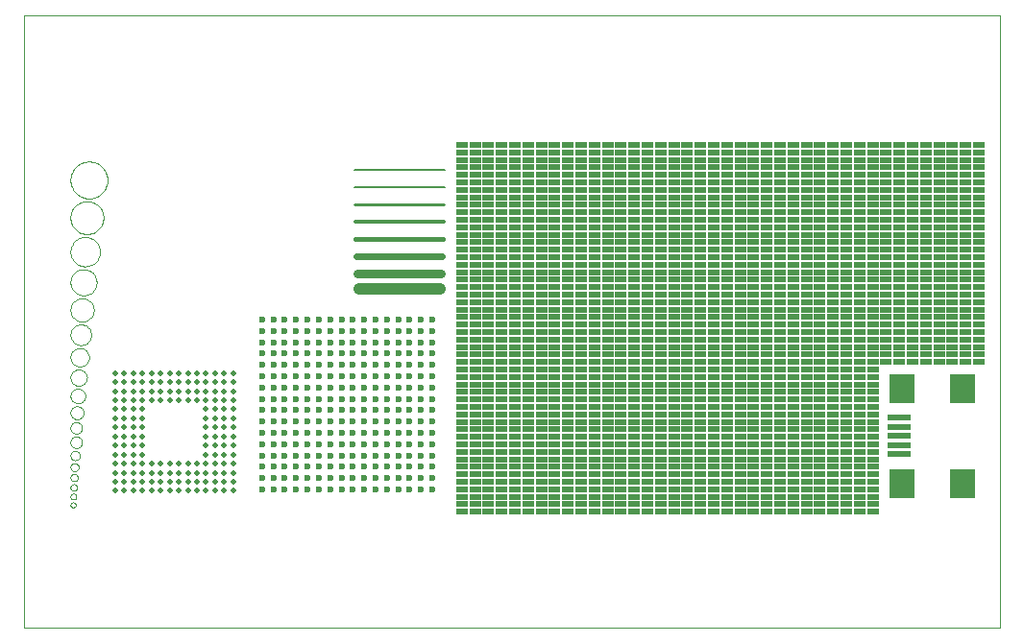
<source format=gbl>
G75*
%MOIN*%
%OFA0B0*%
%FSLAX24Y24*%
%IPPOS*%
%LPD*%
%AMOC8*
5,1,8,0,0,1.08239X$1,22.5*
%
%ADD10C,0.0000*%
%ADD11R,0.0866X0.0984*%
%ADD12R,0.0787X0.0197*%
%ADD13R,0.0400X0.0200*%
%ADD14C,0.0236*%
%ADD15C,0.0197*%
%ADD16C,0.0060*%
%ADD17C,0.0080*%
%ADD18C,0.0100*%
%ADD19C,0.0120*%
%ADD20C,0.0180*%
%ADD21C,0.0240*%
%ADD22C,0.0300*%
%ADD23C,0.0400*%
D10*
X000363Y000100D02*
X034223Y000100D01*
X034223Y021360D01*
X000363Y021360D01*
X000363Y000100D01*
X001963Y004365D02*
X001965Y004384D01*
X001971Y004402D01*
X001980Y004418D01*
X001993Y004432D01*
X002008Y004443D01*
X002025Y004451D01*
X002044Y004455D01*
X002062Y004455D01*
X002081Y004451D01*
X002098Y004443D01*
X002113Y004432D01*
X002126Y004418D01*
X002135Y004402D01*
X002141Y004384D01*
X002143Y004365D01*
X002141Y004346D01*
X002135Y004328D01*
X002126Y004312D01*
X002113Y004298D01*
X002098Y004287D01*
X002081Y004279D01*
X002062Y004275D01*
X002044Y004275D01*
X002025Y004279D01*
X002008Y004287D01*
X001993Y004298D01*
X001980Y004312D01*
X001971Y004328D01*
X001965Y004346D01*
X001963Y004365D01*
X001964Y004655D02*
X001966Y004675D01*
X001972Y004693D01*
X001981Y004711D01*
X001993Y004726D01*
X002008Y004738D01*
X002026Y004747D01*
X002044Y004753D01*
X002064Y004755D01*
X002084Y004753D01*
X002102Y004747D01*
X002120Y004738D01*
X002135Y004726D01*
X002147Y004711D01*
X002156Y004693D01*
X002162Y004675D01*
X002164Y004655D01*
X002162Y004635D01*
X002156Y004617D01*
X002147Y004599D01*
X002135Y004584D01*
X002120Y004572D01*
X002102Y004563D01*
X002084Y004557D01*
X002064Y004555D01*
X002044Y004557D01*
X002026Y004563D01*
X002008Y004572D01*
X001993Y004584D01*
X001981Y004599D01*
X001972Y004617D01*
X001966Y004635D01*
X001964Y004655D01*
X001963Y004970D02*
X001965Y004991D01*
X001971Y005012D01*
X001980Y005031D01*
X001993Y005047D01*
X002009Y005062D01*
X002027Y005073D01*
X002047Y005081D01*
X002067Y005085D01*
X002089Y005085D01*
X002109Y005081D01*
X002129Y005073D01*
X002147Y005062D01*
X002163Y005047D01*
X002176Y005031D01*
X002185Y005012D01*
X002191Y004991D01*
X002193Y004970D01*
X002191Y004949D01*
X002185Y004928D01*
X002176Y004909D01*
X002163Y004893D01*
X002147Y004878D01*
X002129Y004867D01*
X002109Y004859D01*
X002089Y004855D01*
X002067Y004855D01*
X002047Y004859D01*
X002027Y004867D01*
X002009Y004878D01*
X001993Y004893D01*
X001980Y004909D01*
X001971Y004928D01*
X001965Y004949D01*
X001963Y004970D01*
X001964Y005311D02*
X001966Y005333D01*
X001972Y005354D01*
X001981Y005373D01*
X001993Y005391D01*
X002009Y005407D01*
X002026Y005419D01*
X002046Y005428D01*
X002067Y005434D01*
X002089Y005436D01*
X002111Y005434D01*
X002132Y005428D01*
X002151Y005419D01*
X002169Y005407D01*
X002185Y005391D01*
X002197Y005373D01*
X002206Y005354D01*
X002212Y005333D01*
X002214Y005311D01*
X002212Y005289D01*
X002206Y005268D01*
X002197Y005249D01*
X002185Y005231D01*
X002169Y005215D01*
X002152Y005203D01*
X002132Y005194D01*
X002111Y005188D01*
X002089Y005186D01*
X002067Y005188D01*
X002046Y005194D01*
X002026Y005203D01*
X002009Y005215D01*
X001993Y005231D01*
X001981Y005248D01*
X001972Y005268D01*
X001966Y005289D01*
X001964Y005311D01*
X001964Y005677D02*
X001966Y005700D01*
X001972Y005722D01*
X001981Y005744D01*
X001994Y005763D01*
X002009Y005780D01*
X002027Y005794D01*
X002048Y005805D01*
X002070Y005813D01*
X002092Y005817D01*
X002116Y005817D01*
X002138Y005813D01*
X002160Y005805D01*
X002181Y005794D01*
X002199Y005780D01*
X002214Y005763D01*
X002227Y005744D01*
X002236Y005722D01*
X002242Y005700D01*
X002244Y005677D01*
X002242Y005654D01*
X002236Y005632D01*
X002227Y005610D01*
X002214Y005591D01*
X002199Y005574D01*
X002181Y005560D01*
X002160Y005549D01*
X002138Y005541D01*
X002116Y005537D01*
X002092Y005537D01*
X002070Y005541D01*
X002048Y005549D01*
X002027Y005560D01*
X002009Y005574D01*
X001994Y005591D01*
X001981Y005610D01*
X001972Y005632D01*
X001966Y005654D01*
X001964Y005677D01*
X001964Y006078D02*
X001966Y006103D01*
X001972Y006127D01*
X001981Y006151D01*
X001995Y006172D01*
X002011Y006191D01*
X002030Y006207D01*
X002051Y006221D01*
X002075Y006230D01*
X002099Y006236D01*
X002124Y006238D01*
X002149Y006236D01*
X002173Y006230D01*
X002197Y006221D01*
X002218Y006207D01*
X002237Y006191D01*
X002253Y006172D01*
X002267Y006151D01*
X002276Y006127D01*
X002282Y006103D01*
X002284Y006078D01*
X002282Y006053D01*
X002276Y006029D01*
X002267Y006005D01*
X002253Y005984D01*
X002237Y005965D01*
X002218Y005949D01*
X002197Y005935D01*
X002173Y005926D01*
X002149Y005920D01*
X002124Y005918D01*
X002099Y005920D01*
X002075Y005926D01*
X002051Y005935D01*
X002030Y005949D01*
X002011Y005965D01*
X001995Y005984D01*
X001981Y006005D01*
X001972Y006029D01*
X001966Y006053D01*
X001964Y006078D01*
X001963Y006539D02*
X001965Y006567D01*
X001971Y006594D01*
X001980Y006620D01*
X001993Y006645D01*
X002010Y006668D01*
X002029Y006688D01*
X002051Y006705D01*
X002075Y006719D01*
X002101Y006729D01*
X002128Y006736D01*
X002156Y006739D01*
X002184Y006738D01*
X002211Y006733D01*
X002238Y006724D01*
X002263Y006712D01*
X002286Y006697D01*
X002307Y006678D01*
X002325Y006657D01*
X002340Y006633D01*
X002351Y006607D01*
X002359Y006581D01*
X002363Y006553D01*
X002363Y006525D01*
X002359Y006497D01*
X002351Y006471D01*
X002340Y006445D01*
X002325Y006421D01*
X002307Y006400D01*
X002286Y006381D01*
X002263Y006366D01*
X002238Y006354D01*
X002211Y006345D01*
X002184Y006340D01*
X002156Y006339D01*
X002128Y006342D01*
X002101Y006349D01*
X002075Y006359D01*
X002051Y006373D01*
X002029Y006390D01*
X002010Y006410D01*
X001993Y006433D01*
X001980Y006458D01*
X001971Y006484D01*
X001965Y006511D01*
X001963Y006539D01*
X001964Y007039D02*
X001966Y007067D01*
X001972Y007094D01*
X001981Y007120D01*
X001994Y007145D01*
X002011Y007168D01*
X002030Y007188D01*
X002052Y007205D01*
X002076Y007219D01*
X002102Y007229D01*
X002129Y007236D01*
X002157Y007239D01*
X002185Y007238D01*
X002212Y007233D01*
X002239Y007224D01*
X002264Y007212D01*
X002287Y007197D01*
X002308Y007178D01*
X002326Y007157D01*
X002341Y007133D01*
X002352Y007107D01*
X002360Y007081D01*
X002364Y007053D01*
X002364Y007025D01*
X002360Y006997D01*
X002352Y006971D01*
X002341Y006945D01*
X002326Y006921D01*
X002308Y006900D01*
X002287Y006881D01*
X002264Y006866D01*
X002239Y006854D01*
X002212Y006845D01*
X002185Y006840D01*
X002157Y006839D01*
X002129Y006842D01*
X002102Y006849D01*
X002076Y006859D01*
X002052Y006873D01*
X002030Y006890D01*
X002011Y006910D01*
X001994Y006933D01*
X001981Y006958D01*
X001972Y006984D01*
X001966Y007011D01*
X001964Y007039D01*
X001964Y007566D02*
X001966Y007595D01*
X001972Y007624D01*
X001981Y007652D01*
X001994Y007679D01*
X002011Y007704D01*
X002030Y007726D01*
X002052Y007745D01*
X002077Y007762D01*
X002104Y007775D01*
X002132Y007784D01*
X002161Y007790D01*
X002190Y007792D01*
X002219Y007790D01*
X002248Y007784D01*
X002276Y007775D01*
X002303Y007762D01*
X002328Y007745D01*
X002350Y007726D01*
X002369Y007704D01*
X002386Y007679D01*
X002399Y007652D01*
X002408Y007624D01*
X002414Y007595D01*
X002416Y007566D01*
X002414Y007537D01*
X002408Y007508D01*
X002399Y007480D01*
X002386Y007453D01*
X002369Y007428D01*
X002350Y007406D01*
X002328Y007387D01*
X002303Y007370D01*
X002276Y007357D01*
X002248Y007348D01*
X002219Y007342D01*
X002190Y007340D01*
X002161Y007342D01*
X002132Y007348D01*
X002104Y007357D01*
X002077Y007370D01*
X002052Y007387D01*
X002030Y007406D01*
X002011Y007428D01*
X001994Y007453D01*
X001981Y007480D01*
X001972Y007508D01*
X001966Y007537D01*
X001964Y007566D01*
X001964Y008147D02*
X001966Y008178D01*
X001972Y008209D01*
X001981Y008239D01*
X001994Y008267D01*
X002011Y008294D01*
X002030Y008318D01*
X002053Y008340D01*
X002078Y008359D01*
X002105Y008374D01*
X002134Y008387D01*
X002164Y008395D01*
X002195Y008400D01*
X002226Y008401D01*
X002257Y008398D01*
X002288Y008391D01*
X002317Y008381D01*
X002345Y008367D01*
X002371Y008350D01*
X002395Y008329D01*
X002416Y008306D01*
X002434Y008281D01*
X002449Y008253D01*
X002460Y008224D01*
X002468Y008194D01*
X002472Y008163D01*
X002472Y008131D01*
X002468Y008100D01*
X002460Y008070D01*
X002449Y008041D01*
X002434Y008013D01*
X002416Y007988D01*
X002395Y007965D01*
X002371Y007944D01*
X002345Y007927D01*
X002317Y007913D01*
X002288Y007903D01*
X002257Y007896D01*
X002226Y007893D01*
X002195Y007894D01*
X002164Y007899D01*
X002134Y007907D01*
X002105Y007920D01*
X002078Y007935D01*
X002053Y007954D01*
X002030Y007976D01*
X002011Y008000D01*
X001994Y008027D01*
X001981Y008055D01*
X001972Y008085D01*
X001966Y008116D01*
X001964Y008147D01*
X001963Y008786D02*
X001965Y008819D01*
X001971Y008852D01*
X001980Y008883D01*
X001993Y008914D01*
X002010Y008943D01*
X002030Y008969D01*
X002052Y008993D01*
X002078Y009015D01*
X002105Y009033D01*
X002135Y009048D01*
X002166Y009059D01*
X002199Y009067D01*
X002231Y009071D01*
X002265Y009071D01*
X002297Y009067D01*
X002330Y009059D01*
X002361Y009048D01*
X002390Y009033D01*
X002418Y009015D01*
X002444Y008993D01*
X002466Y008969D01*
X002486Y008943D01*
X002503Y008914D01*
X002516Y008883D01*
X002525Y008852D01*
X002531Y008819D01*
X002533Y008786D01*
X002531Y008753D01*
X002525Y008720D01*
X002516Y008689D01*
X002503Y008658D01*
X002486Y008629D01*
X002466Y008603D01*
X002444Y008579D01*
X002418Y008557D01*
X002391Y008539D01*
X002361Y008524D01*
X002330Y008513D01*
X002297Y008505D01*
X002265Y008501D01*
X002231Y008501D01*
X002199Y008505D01*
X002166Y008513D01*
X002135Y008524D01*
X002105Y008539D01*
X002078Y008557D01*
X002052Y008579D01*
X002030Y008603D01*
X002010Y008629D01*
X001993Y008658D01*
X001980Y008689D01*
X001971Y008720D01*
X001965Y008753D01*
X001963Y008786D01*
X001964Y009492D02*
X001966Y009527D01*
X001972Y009562D01*
X001981Y009596D01*
X001995Y009629D01*
X002011Y009660D01*
X002031Y009689D01*
X002055Y009715D01*
X002081Y009739D01*
X002109Y009760D01*
X002140Y009778D01*
X002172Y009792D01*
X002205Y009802D01*
X002240Y009809D01*
X002275Y009812D01*
X002310Y009811D01*
X002345Y009806D01*
X002380Y009797D01*
X002413Y009785D01*
X002444Y009769D01*
X002474Y009750D01*
X002501Y009727D01*
X002525Y009702D01*
X002547Y009674D01*
X002565Y009644D01*
X002580Y009612D01*
X002592Y009579D01*
X002600Y009545D01*
X002604Y009510D01*
X002604Y009474D01*
X002600Y009439D01*
X002592Y009405D01*
X002580Y009372D01*
X002565Y009340D01*
X002547Y009310D01*
X002525Y009282D01*
X002501Y009257D01*
X002474Y009234D01*
X002444Y009215D01*
X002413Y009199D01*
X002380Y009187D01*
X002345Y009178D01*
X002310Y009173D01*
X002275Y009172D01*
X002240Y009175D01*
X002205Y009182D01*
X002172Y009192D01*
X002140Y009206D01*
X002109Y009224D01*
X002081Y009245D01*
X002055Y009269D01*
X002031Y009295D01*
X002011Y009324D01*
X001995Y009355D01*
X001981Y009388D01*
X001972Y009422D01*
X001966Y009457D01*
X001964Y009492D01*
X001964Y010273D02*
X001966Y010311D01*
X001972Y010348D01*
X001982Y010384D01*
X001995Y010419D01*
X002012Y010453D01*
X002033Y010485D01*
X002056Y010514D01*
X002083Y010541D01*
X002112Y010564D01*
X002144Y010585D01*
X002178Y010602D01*
X002213Y010615D01*
X002249Y010625D01*
X002286Y010631D01*
X002324Y010633D01*
X002362Y010631D01*
X002399Y010625D01*
X002435Y010615D01*
X002470Y010602D01*
X002504Y010585D01*
X002536Y010564D01*
X002565Y010541D01*
X002592Y010514D01*
X002615Y010485D01*
X002636Y010453D01*
X002653Y010419D01*
X002666Y010384D01*
X002676Y010348D01*
X002682Y010311D01*
X002684Y010273D01*
X002682Y010235D01*
X002676Y010198D01*
X002666Y010162D01*
X002653Y010127D01*
X002636Y010093D01*
X002615Y010061D01*
X002592Y010032D01*
X002565Y010005D01*
X002536Y009982D01*
X002504Y009961D01*
X002470Y009944D01*
X002435Y009931D01*
X002399Y009921D01*
X002362Y009915D01*
X002324Y009913D01*
X002286Y009915D01*
X002249Y009921D01*
X002213Y009931D01*
X002178Y009944D01*
X002144Y009961D01*
X002112Y009982D01*
X002083Y010005D01*
X002056Y010032D01*
X002033Y010061D01*
X002012Y010093D01*
X001995Y010127D01*
X001982Y010162D01*
X001972Y010198D01*
X001966Y010235D01*
X001964Y010273D01*
X001964Y011138D02*
X001966Y011178D01*
X001972Y011217D01*
X001981Y011255D01*
X001995Y011293D01*
X002012Y011328D01*
X002032Y011362D01*
X002056Y011394D01*
X002082Y011424D01*
X002112Y011450D01*
X002144Y011474D01*
X002178Y011494D01*
X002213Y011511D01*
X002251Y011525D01*
X002289Y011534D01*
X002328Y011540D01*
X002368Y011542D01*
X002408Y011540D01*
X002447Y011534D01*
X002485Y011525D01*
X002523Y011511D01*
X002558Y011494D01*
X002592Y011474D01*
X002624Y011450D01*
X002654Y011424D01*
X002680Y011394D01*
X002704Y011362D01*
X002724Y011328D01*
X002741Y011293D01*
X002755Y011255D01*
X002764Y011217D01*
X002770Y011178D01*
X002772Y011138D01*
X002770Y011098D01*
X002764Y011059D01*
X002755Y011021D01*
X002741Y010983D01*
X002724Y010948D01*
X002704Y010914D01*
X002680Y010882D01*
X002654Y010852D01*
X002624Y010826D01*
X002592Y010802D01*
X002558Y010782D01*
X002523Y010765D01*
X002485Y010751D01*
X002447Y010742D01*
X002408Y010736D01*
X002368Y010734D01*
X002328Y010736D01*
X002289Y010742D01*
X002251Y010751D01*
X002213Y010765D01*
X002178Y010782D01*
X002144Y010802D01*
X002112Y010826D01*
X002082Y010852D01*
X002056Y010882D01*
X002032Y010914D01*
X002012Y010948D01*
X001995Y010983D01*
X001981Y011021D01*
X001972Y011059D01*
X001966Y011098D01*
X001964Y011138D01*
X001962Y012096D02*
X001964Y012139D01*
X001970Y012181D01*
X001980Y012222D01*
X001994Y012262D01*
X002011Y012301D01*
X002032Y012338D01*
X002056Y012373D01*
X002084Y012406D01*
X002114Y012435D01*
X002147Y012462D01*
X002183Y012486D01*
X002220Y012506D01*
X002260Y012522D01*
X002300Y012535D01*
X002342Y012544D01*
X002384Y012549D01*
X002427Y012550D01*
X002469Y012547D01*
X002511Y012540D01*
X002552Y012529D01*
X002592Y012514D01*
X002631Y012496D01*
X002667Y012474D01*
X002701Y012449D01*
X002733Y012421D01*
X002762Y012390D01*
X002788Y012356D01*
X002811Y012320D01*
X002830Y012282D01*
X002846Y012242D01*
X002858Y012201D01*
X002866Y012160D01*
X002870Y012117D01*
X002870Y012075D01*
X002866Y012032D01*
X002858Y011991D01*
X002846Y011950D01*
X002830Y011910D01*
X002811Y011872D01*
X002788Y011836D01*
X002762Y011802D01*
X002733Y011771D01*
X002701Y011743D01*
X002667Y011718D01*
X002631Y011696D01*
X002592Y011678D01*
X002552Y011663D01*
X002511Y011652D01*
X002469Y011645D01*
X002427Y011642D01*
X002384Y011643D01*
X002342Y011648D01*
X002300Y011657D01*
X002260Y011670D01*
X002220Y011686D01*
X002183Y011706D01*
X002147Y011730D01*
X002114Y011757D01*
X002084Y011786D01*
X002056Y011819D01*
X002032Y011854D01*
X002011Y011891D01*
X001994Y011930D01*
X001980Y011970D01*
X001970Y012011D01*
X001964Y012053D01*
X001962Y012096D01*
X001963Y013160D02*
X001965Y013205D01*
X001971Y013250D01*
X001981Y013294D01*
X001995Y013337D01*
X002012Y013378D01*
X002033Y013418D01*
X002058Y013456D01*
X002086Y013492D01*
X002116Y013525D01*
X002150Y013555D01*
X002186Y013582D01*
X002225Y013605D01*
X002265Y013626D01*
X002307Y013642D01*
X002350Y013655D01*
X002394Y013664D01*
X002439Y013669D01*
X002484Y013670D01*
X002529Y013667D01*
X002574Y013660D01*
X002618Y013649D01*
X002660Y013634D01*
X002702Y013616D01*
X002741Y013594D01*
X002778Y013569D01*
X002813Y013540D01*
X002845Y013508D01*
X002875Y013474D01*
X002901Y013437D01*
X002924Y013399D01*
X002943Y013358D01*
X002959Y013315D01*
X002971Y013272D01*
X002979Y013228D01*
X002983Y013183D01*
X002983Y013137D01*
X002979Y013092D01*
X002971Y013048D01*
X002959Y013005D01*
X002943Y012962D01*
X002924Y012921D01*
X002901Y012883D01*
X002875Y012846D01*
X002845Y012812D01*
X002813Y012780D01*
X002778Y012751D01*
X002741Y012726D01*
X002702Y012704D01*
X002660Y012686D01*
X002618Y012671D01*
X002574Y012660D01*
X002529Y012653D01*
X002484Y012650D01*
X002439Y012651D01*
X002394Y012656D01*
X002350Y012665D01*
X002307Y012678D01*
X002265Y012694D01*
X002225Y012715D01*
X002186Y012738D01*
X002150Y012765D01*
X002116Y012795D01*
X002086Y012828D01*
X002058Y012864D01*
X002033Y012902D01*
X002012Y012942D01*
X001995Y012983D01*
X001981Y013026D01*
X001971Y013070D01*
X001965Y013115D01*
X001963Y013160D01*
X001963Y014340D02*
X001965Y014387D01*
X001971Y014434D01*
X001980Y014480D01*
X001994Y014525D01*
X002011Y014569D01*
X002032Y014611D01*
X002056Y014652D01*
X002083Y014690D01*
X002114Y014726D01*
X002147Y014759D01*
X002183Y014790D01*
X002221Y014817D01*
X002262Y014841D01*
X002304Y014862D01*
X002348Y014879D01*
X002393Y014893D01*
X002439Y014902D01*
X002486Y014908D01*
X002533Y014910D01*
X002580Y014908D01*
X002627Y014902D01*
X002673Y014893D01*
X002718Y014879D01*
X002762Y014862D01*
X002804Y014841D01*
X002845Y014817D01*
X002883Y014790D01*
X002919Y014759D01*
X002952Y014726D01*
X002983Y014690D01*
X003010Y014652D01*
X003034Y014611D01*
X003055Y014569D01*
X003072Y014525D01*
X003086Y014480D01*
X003095Y014434D01*
X003101Y014387D01*
X003103Y014340D01*
X003101Y014293D01*
X003095Y014246D01*
X003086Y014200D01*
X003072Y014155D01*
X003055Y014111D01*
X003034Y014069D01*
X003010Y014028D01*
X002983Y013990D01*
X002952Y013954D01*
X002919Y013921D01*
X002883Y013890D01*
X002845Y013863D01*
X002804Y013839D01*
X002762Y013818D01*
X002718Y013801D01*
X002673Y013787D01*
X002627Y013778D01*
X002580Y013772D01*
X002533Y013770D01*
X002486Y013772D01*
X002439Y013778D01*
X002393Y013787D01*
X002348Y013801D01*
X002304Y013818D01*
X002262Y013839D01*
X002221Y013863D01*
X002183Y013890D01*
X002147Y013921D01*
X002114Y013954D01*
X002083Y013990D01*
X002056Y014028D01*
X002032Y014069D01*
X002011Y014111D01*
X001994Y014155D01*
X001980Y014200D01*
X001971Y014246D01*
X001965Y014293D01*
X001963Y014340D01*
X001963Y015650D02*
X001965Y015700D01*
X001971Y015750D01*
X001981Y015799D01*
X001994Y015848D01*
X002012Y015895D01*
X002033Y015941D01*
X002057Y015984D01*
X002085Y016026D01*
X002116Y016066D01*
X002150Y016103D01*
X002187Y016137D01*
X002227Y016168D01*
X002269Y016196D01*
X002312Y016220D01*
X002358Y016241D01*
X002405Y016259D01*
X002454Y016272D01*
X002503Y016282D01*
X002553Y016288D01*
X002603Y016290D01*
X002653Y016288D01*
X002703Y016282D01*
X002752Y016272D01*
X002801Y016259D01*
X002848Y016241D01*
X002894Y016220D01*
X002937Y016196D01*
X002979Y016168D01*
X003019Y016137D01*
X003056Y016103D01*
X003090Y016066D01*
X003121Y016026D01*
X003149Y015984D01*
X003173Y015941D01*
X003194Y015895D01*
X003212Y015848D01*
X003225Y015799D01*
X003235Y015750D01*
X003241Y015700D01*
X003243Y015650D01*
X003241Y015600D01*
X003235Y015550D01*
X003225Y015501D01*
X003212Y015452D01*
X003194Y015405D01*
X003173Y015359D01*
X003149Y015316D01*
X003121Y015274D01*
X003090Y015234D01*
X003056Y015197D01*
X003019Y015163D01*
X002979Y015132D01*
X002937Y015104D01*
X002894Y015080D01*
X002848Y015059D01*
X002801Y015041D01*
X002752Y015028D01*
X002703Y015018D01*
X002653Y015012D01*
X002603Y015010D01*
X002553Y015012D01*
X002503Y015018D01*
X002454Y015028D01*
X002405Y015041D01*
X002358Y015059D01*
X002312Y015080D01*
X002269Y015104D01*
X002227Y015132D01*
X002187Y015163D01*
X002150Y015197D01*
X002116Y015234D01*
X002085Y015274D01*
X002057Y015316D01*
X002033Y015359D01*
X002012Y015405D01*
X001994Y015452D01*
X001981Y015501D01*
X001971Y015550D01*
X001965Y015600D01*
X001963Y015650D01*
D11*
X030828Y008415D03*
X032915Y008415D03*
X032915Y005108D03*
X030828Y005108D03*
D12*
X030730Y006132D03*
X030730Y006447D03*
X030730Y006762D03*
X030730Y007077D03*
X030730Y007392D03*
D13*
X029803Y007510D03*
X029803Y007250D03*
X029803Y006990D03*
X029803Y006730D03*
X029803Y006470D03*
X029803Y006210D03*
X029803Y005950D03*
X029803Y005690D03*
X029803Y005430D03*
X029803Y005170D03*
X029803Y004910D03*
X029803Y004650D03*
X029803Y004390D03*
X029803Y004130D03*
X029343Y004130D03*
X029343Y004390D03*
X029343Y004650D03*
X029343Y004910D03*
X028883Y004910D03*
X028883Y004910D03*
X028883Y004650D03*
X028883Y004650D03*
X028883Y004390D03*
X028883Y004390D03*
X028883Y004130D03*
X028883Y004130D03*
X028423Y004130D03*
X028423Y004130D03*
X028423Y004390D03*
X028423Y004390D03*
X028423Y004650D03*
X028423Y004650D03*
X028423Y004910D03*
X028423Y004910D03*
X028423Y005170D03*
X028423Y005170D03*
X028423Y005430D03*
X028423Y005430D03*
X028423Y005690D03*
X028423Y005690D03*
X028423Y005950D03*
X028423Y005950D03*
X028423Y006210D03*
X028423Y006210D03*
X028883Y006210D03*
X028883Y006210D03*
X028883Y005950D03*
X028883Y005950D03*
X028883Y005690D03*
X028883Y005690D03*
X028883Y005430D03*
X028883Y005430D03*
X028883Y005170D03*
X028883Y005170D03*
X029343Y005170D03*
X029343Y005430D03*
X029343Y005690D03*
X029343Y005950D03*
X029343Y006210D03*
X029343Y006470D03*
X029343Y006730D03*
X029343Y006990D03*
X029343Y007250D03*
X029343Y007510D03*
X028883Y007510D03*
X028883Y007510D03*
X028883Y007250D03*
X028883Y007250D03*
X028883Y006990D03*
X028883Y006990D03*
X028883Y006730D03*
X028883Y006730D03*
X028883Y006470D03*
X028883Y006470D03*
X028423Y006470D03*
X028423Y006470D03*
X028423Y006730D03*
X028423Y006730D03*
X028423Y006990D03*
X028423Y006990D03*
X028423Y007250D03*
X028423Y007250D03*
X028423Y007510D03*
X028423Y007510D03*
X028423Y007770D03*
X028423Y007770D03*
X028423Y008030D03*
X028423Y008030D03*
X028423Y008290D03*
X028423Y008290D03*
X028423Y008550D03*
X028423Y008550D03*
X028883Y008550D03*
X028883Y008550D03*
X028883Y008290D03*
X028883Y008290D03*
X028883Y008030D03*
X028883Y008030D03*
X028883Y007770D03*
X028883Y007770D03*
X029343Y007770D03*
X029343Y008030D03*
X029343Y008290D03*
X029343Y008550D03*
X029343Y008810D03*
X029343Y009070D03*
X029343Y009330D03*
X029343Y009590D03*
X029343Y009850D03*
X028883Y009850D03*
X028883Y009590D03*
X028883Y009330D03*
X028883Y009070D03*
X028883Y009070D03*
X028883Y008810D03*
X028883Y008810D03*
X028423Y008810D03*
X028423Y008810D03*
X028423Y009070D03*
X028423Y009070D03*
X028423Y009330D03*
X028423Y009590D03*
X028423Y009850D03*
X028423Y010110D03*
X028423Y010370D03*
X028423Y010630D03*
X028423Y010890D03*
X028423Y011150D03*
X028883Y011150D03*
X028883Y010890D03*
X028883Y010630D03*
X028883Y010370D03*
X028883Y010110D03*
X029343Y010110D03*
X029343Y010370D03*
X029343Y010630D03*
X029343Y010890D03*
X029343Y011150D03*
X029343Y011410D03*
X029343Y011670D03*
X029343Y011930D03*
X029343Y012190D03*
X028883Y012190D03*
X028883Y011930D03*
X028883Y011670D03*
X028883Y011410D03*
X028423Y011410D03*
X028423Y011670D03*
X028423Y011930D03*
X028423Y012190D03*
X028423Y012450D03*
X028423Y012710D03*
X028423Y012970D03*
X028423Y013230D03*
X028423Y013490D03*
X028883Y013490D03*
X028883Y013230D03*
X028883Y012970D03*
X028883Y012710D03*
X028883Y012450D03*
X029343Y012450D03*
X029343Y012710D03*
X029343Y012970D03*
X029343Y013230D03*
X029343Y013490D03*
X029343Y013750D03*
X029343Y014010D03*
X029343Y014270D03*
X029343Y014530D03*
X029343Y014790D03*
X028883Y014790D03*
X028883Y014530D03*
X028883Y014270D03*
X028883Y014010D03*
X028883Y013750D03*
X028423Y013750D03*
X028423Y014010D03*
X028423Y014270D03*
X028423Y014530D03*
X028423Y014790D03*
X028423Y015050D03*
X028423Y015310D03*
X028423Y015570D03*
X028423Y015830D03*
X028423Y016090D03*
X028883Y016090D03*
X028883Y015830D03*
X028883Y015570D03*
X028883Y015310D03*
X028883Y015050D03*
X029343Y015050D03*
X029343Y015310D03*
X029343Y015570D03*
X029343Y015830D03*
X029343Y016090D03*
X029343Y016350D03*
X029343Y016610D03*
X029343Y016870D03*
X028883Y016870D03*
X028883Y016610D03*
X028883Y016350D03*
X028423Y016350D03*
X028423Y016610D03*
X028423Y016870D03*
X027963Y016870D03*
X027963Y016610D03*
X027963Y016350D03*
X027503Y016350D03*
X027503Y016610D03*
X027503Y016870D03*
X027043Y016870D03*
X027043Y016610D03*
X027043Y016350D03*
X027043Y016090D03*
X027043Y015830D03*
X027043Y015570D03*
X027043Y015310D03*
X027043Y015050D03*
X027503Y015050D03*
X027503Y015310D03*
X027503Y015570D03*
X027503Y015830D03*
X027503Y016090D03*
X027963Y016090D03*
X027963Y015830D03*
X027963Y015570D03*
X027963Y015310D03*
X027963Y015050D03*
X027963Y014790D03*
X027963Y014530D03*
X027963Y014270D03*
X027963Y014010D03*
X027963Y013750D03*
X027503Y013750D03*
X027503Y014010D03*
X027503Y014270D03*
X027503Y014530D03*
X027503Y014790D03*
X027043Y014790D03*
X027043Y014530D03*
X027043Y014270D03*
X027043Y014010D03*
X027043Y013750D03*
X027043Y013490D03*
X027043Y013230D03*
X027043Y012970D03*
X027043Y012710D03*
X027043Y012450D03*
X027503Y012450D03*
X027503Y012710D03*
X027503Y012970D03*
X027503Y013230D03*
X027503Y013490D03*
X027963Y013490D03*
X027963Y013230D03*
X027963Y012970D03*
X027963Y012710D03*
X027963Y012450D03*
X027963Y012190D03*
X027963Y011930D03*
X027963Y011670D03*
X027963Y011410D03*
X027503Y011410D03*
X027503Y011670D03*
X027503Y011930D03*
X027503Y012190D03*
X027043Y012190D03*
X027043Y011930D03*
X027043Y011670D03*
X027043Y011410D03*
X027043Y011150D03*
X027043Y010890D03*
X027043Y010630D03*
X027043Y010370D03*
X027043Y010110D03*
X027503Y010110D03*
X027503Y010370D03*
X027503Y010630D03*
X027503Y010890D03*
X027503Y011150D03*
X027963Y011150D03*
X027963Y010890D03*
X027963Y010630D03*
X027963Y010370D03*
X027963Y010110D03*
X027963Y009850D03*
X027963Y009590D03*
X027963Y009330D03*
X027963Y009070D03*
X027963Y009070D03*
X027963Y008810D03*
X027963Y008810D03*
X027503Y008810D03*
X027503Y008810D03*
X027503Y009070D03*
X027503Y009070D03*
X027503Y009330D03*
X027503Y009590D03*
X027503Y009850D03*
X027043Y009850D03*
X027043Y009590D03*
X027043Y009330D03*
X027043Y009070D03*
X027043Y009070D03*
X027043Y008810D03*
X027043Y008810D03*
X027043Y008550D03*
X027043Y008550D03*
X027043Y008290D03*
X027043Y008290D03*
X027043Y008030D03*
X027043Y008030D03*
X027043Y007770D03*
X027043Y007770D03*
X027503Y007770D03*
X027503Y007770D03*
X027503Y008030D03*
X027503Y008030D03*
X027503Y008290D03*
X027503Y008290D03*
X027503Y008550D03*
X027503Y008550D03*
X027963Y008550D03*
X027963Y008550D03*
X027963Y008290D03*
X027963Y008290D03*
X027963Y008030D03*
X027963Y008030D03*
X027963Y007770D03*
X027963Y007770D03*
X027963Y007510D03*
X027963Y007510D03*
X027963Y007250D03*
X027963Y007250D03*
X027963Y006990D03*
X027963Y006990D03*
X027963Y006730D03*
X027963Y006730D03*
X027963Y006470D03*
X027963Y006470D03*
X027503Y006470D03*
X027503Y006470D03*
X027503Y006730D03*
X027503Y006730D03*
X027503Y006990D03*
X027503Y006990D03*
X027503Y007250D03*
X027503Y007250D03*
X027503Y007510D03*
X027503Y007510D03*
X027043Y007510D03*
X027043Y007510D03*
X027043Y007250D03*
X027043Y007250D03*
X027043Y006990D03*
X027043Y006990D03*
X027043Y006730D03*
X027043Y006730D03*
X027043Y006470D03*
X027043Y006470D03*
X027043Y006210D03*
X027043Y006210D03*
X027043Y005950D03*
X027043Y005950D03*
X027043Y005690D03*
X027043Y005690D03*
X027043Y005430D03*
X027043Y005430D03*
X027043Y005170D03*
X027043Y005170D03*
X027503Y005170D03*
X027503Y005170D03*
X027503Y005430D03*
X027503Y005430D03*
X027503Y005690D03*
X027503Y005690D03*
X027503Y005950D03*
X027503Y005950D03*
X027503Y006210D03*
X027503Y006210D03*
X027963Y006210D03*
X027963Y006210D03*
X027963Y005950D03*
X027963Y005950D03*
X027963Y005690D03*
X027963Y005690D03*
X027963Y005430D03*
X027963Y005430D03*
X027963Y005170D03*
X027963Y005170D03*
X027963Y004910D03*
X027963Y004910D03*
X027963Y004650D03*
X027963Y004650D03*
X027963Y004390D03*
X027963Y004390D03*
X027963Y004130D03*
X027963Y004130D03*
X027503Y004130D03*
X027503Y004130D03*
X027503Y004390D03*
X027503Y004390D03*
X027503Y004650D03*
X027503Y004650D03*
X027503Y004910D03*
X027503Y004910D03*
X027043Y004910D03*
X027043Y004910D03*
X027043Y004650D03*
X027043Y004650D03*
X027043Y004390D03*
X027043Y004390D03*
X027043Y004130D03*
X027043Y004130D03*
X026583Y004130D03*
X026583Y004130D03*
X026583Y004390D03*
X026583Y004390D03*
X026583Y004650D03*
X026583Y004650D03*
X026583Y004910D03*
X026583Y004910D03*
X026123Y004910D03*
X026123Y004910D03*
X026123Y004650D03*
X026123Y004650D03*
X026123Y004390D03*
X026123Y004390D03*
X026123Y004130D03*
X026123Y004130D03*
X025663Y004130D03*
X025663Y004130D03*
X025663Y004390D03*
X025663Y004390D03*
X025663Y004650D03*
X025663Y004650D03*
X025663Y004910D03*
X025663Y004910D03*
X025663Y005170D03*
X025663Y005170D03*
X025663Y005430D03*
X025663Y005430D03*
X025663Y005690D03*
X025663Y005690D03*
X025663Y005950D03*
X025663Y005950D03*
X025663Y006210D03*
X025663Y006210D03*
X026123Y006210D03*
X026123Y006210D03*
X026123Y005950D03*
X026123Y005950D03*
X026123Y005690D03*
X026123Y005690D03*
X026123Y005430D03*
X026123Y005430D03*
X026123Y005170D03*
X026123Y005170D03*
X026583Y005170D03*
X026583Y005170D03*
X026583Y005430D03*
X026583Y005430D03*
X026583Y005690D03*
X026583Y005690D03*
X026583Y005950D03*
X026583Y005950D03*
X026583Y006210D03*
X026583Y006210D03*
X026583Y006470D03*
X026583Y006470D03*
X026583Y006730D03*
X026583Y006730D03*
X026583Y006990D03*
X026583Y006990D03*
X026583Y007250D03*
X026583Y007250D03*
X026583Y007510D03*
X026583Y007510D03*
X026123Y007510D03*
X026123Y007510D03*
X026123Y007250D03*
X026123Y007250D03*
X026123Y006990D03*
X026123Y006990D03*
X026123Y006730D03*
X026123Y006730D03*
X026123Y006470D03*
X026123Y006470D03*
X025663Y006470D03*
X025663Y006470D03*
X025663Y006730D03*
X025663Y006730D03*
X025663Y006990D03*
X025663Y006990D03*
X025663Y007250D03*
X025663Y007250D03*
X025663Y007510D03*
X025663Y007510D03*
X025663Y007770D03*
X025663Y007770D03*
X025663Y008030D03*
X025663Y008030D03*
X025663Y008290D03*
X025663Y008290D03*
X025663Y008550D03*
X025663Y008550D03*
X026123Y008550D03*
X026123Y008550D03*
X026123Y008290D03*
X026123Y008290D03*
X026123Y008030D03*
X026123Y008030D03*
X026123Y007770D03*
X026123Y007770D03*
X026583Y007770D03*
X026583Y007770D03*
X026583Y008030D03*
X026583Y008030D03*
X026583Y008290D03*
X026583Y008290D03*
X026583Y008550D03*
X026583Y008550D03*
X026583Y008810D03*
X026583Y008810D03*
X026583Y009070D03*
X026583Y009070D03*
X026583Y009330D03*
X026583Y009590D03*
X026583Y009850D03*
X026123Y009850D03*
X026123Y009590D03*
X026123Y009330D03*
X026123Y009070D03*
X026123Y009070D03*
X026123Y008810D03*
X026123Y008810D03*
X025663Y008810D03*
X025663Y008810D03*
X025663Y009070D03*
X025663Y009070D03*
X025663Y009330D03*
X025663Y009590D03*
X025663Y009850D03*
X025663Y010110D03*
X025663Y010370D03*
X025663Y010630D03*
X025663Y010890D03*
X025663Y011150D03*
X026123Y011150D03*
X026123Y010890D03*
X026123Y010630D03*
X026123Y010370D03*
X026123Y010110D03*
X026583Y010110D03*
X026583Y010370D03*
X026583Y010630D03*
X026583Y010890D03*
X026583Y011150D03*
X026583Y011410D03*
X026583Y011670D03*
X026583Y011930D03*
X026583Y012190D03*
X026123Y012190D03*
X026123Y011930D03*
X026123Y011670D03*
X026123Y011410D03*
X025663Y011410D03*
X025663Y011670D03*
X025663Y011930D03*
X025663Y012190D03*
X025663Y012450D03*
X025663Y012710D03*
X025663Y012970D03*
X025663Y013230D03*
X025663Y013490D03*
X026123Y013490D03*
X026123Y013230D03*
X026123Y012970D03*
X026123Y012710D03*
X026123Y012450D03*
X026583Y012450D03*
X026583Y012710D03*
X026583Y012970D03*
X026583Y013230D03*
X026583Y013490D03*
X026583Y013750D03*
X026583Y014010D03*
X026583Y014270D03*
X026583Y014530D03*
X026583Y014790D03*
X026123Y014790D03*
X026123Y014530D03*
X026123Y014270D03*
X026123Y014010D03*
X026123Y013750D03*
X025663Y013750D03*
X025663Y014010D03*
X025663Y014270D03*
X025663Y014530D03*
X025663Y014790D03*
X025663Y015050D03*
X025663Y015310D03*
X025663Y015570D03*
X025663Y015830D03*
X025663Y016090D03*
X026123Y016090D03*
X026123Y015830D03*
X026123Y015570D03*
X026123Y015310D03*
X026123Y015050D03*
X026583Y015050D03*
X026583Y015310D03*
X026583Y015570D03*
X026583Y015830D03*
X026583Y016090D03*
X026583Y016350D03*
X026583Y016610D03*
X026583Y016870D03*
X026123Y016870D03*
X026123Y016610D03*
X026123Y016350D03*
X025663Y016350D03*
X025663Y016610D03*
X025663Y016870D03*
X025203Y016870D03*
X025203Y016610D03*
X025203Y016350D03*
X024743Y016350D03*
X024743Y016610D03*
X024743Y016870D03*
X024283Y016870D03*
X024283Y016610D03*
X024283Y016350D03*
X024283Y016090D03*
X024283Y015830D03*
X024283Y015570D03*
X024283Y015310D03*
X024283Y015050D03*
X024743Y015050D03*
X024743Y015310D03*
X024743Y015570D03*
X024743Y015830D03*
X024743Y016090D03*
X025203Y016090D03*
X025203Y015830D03*
X025203Y015570D03*
X025203Y015310D03*
X025203Y015050D03*
X025203Y014790D03*
X025203Y014530D03*
X025203Y014270D03*
X025203Y014010D03*
X025203Y013750D03*
X024743Y013750D03*
X024743Y014010D03*
X024743Y014270D03*
X024743Y014530D03*
X024743Y014790D03*
X024283Y014790D03*
X024283Y014530D03*
X024283Y014270D03*
X024283Y014010D03*
X024283Y013750D03*
X024283Y013490D03*
X024283Y013230D03*
X024283Y012970D03*
X024283Y012710D03*
X024283Y012450D03*
X024743Y012450D03*
X024743Y012710D03*
X024743Y012970D03*
X024743Y013230D03*
X024743Y013490D03*
X025203Y013490D03*
X025203Y013230D03*
X025203Y012970D03*
X025203Y012710D03*
X025203Y012450D03*
X025203Y012190D03*
X025203Y011930D03*
X025203Y011670D03*
X025203Y011410D03*
X024743Y011410D03*
X024743Y011670D03*
X024743Y011930D03*
X024743Y012190D03*
X024283Y012190D03*
X024283Y011930D03*
X024283Y011670D03*
X024283Y011410D03*
X024283Y011150D03*
X024283Y010890D03*
X024283Y010630D03*
X024283Y010370D03*
X024283Y010110D03*
X024743Y010110D03*
X024743Y010370D03*
X024743Y010630D03*
X024743Y010890D03*
X024743Y011150D03*
X025203Y011150D03*
X025203Y010890D03*
X025203Y010630D03*
X025203Y010370D03*
X025203Y010110D03*
X025203Y009850D03*
X025203Y009590D03*
X025203Y009330D03*
X025203Y009070D03*
X025203Y008810D03*
X024743Y008810D03*
X024743Y009070D03*
X024743Y009330D03*
X024743Y009590D03*
X024743Y009850D03*
X024283Y009850D03*
X024283Y009590D03*
X024283Y009330D03*
X024283Y009070D03*
X024283Y008810D03*
X024283Y008550D03*
X024283Y008290D03*
X024283Y008030D03*
X024283Y007770D03*
X024743Y007770D03*
X024743Y008030D03*
X024743Y008290D03*
X024743Y008550D03*
X025203Y008550D03*
X025203Y008290D03*
X025203Y008030D03*
X025203Y007770D03*
X025203Y007510D03*
X025203Y007250D03*
X025203Y006990D03*
X025203Y006730D03*
X025203Y006470D03*
X024743Y006470D03*
X024743Y006730D03*
X024743Y006990D03*
X024743Y007250D03*
X024743Y007510D03*
X024283Y007510D03*
X024283Y007250D03*
X024283Y006990D03*
X024283Y006730D03*
X024283Y006470D03*
X024283Y006210D03*
X024283Y005950D03*
X024283Y005690D03*
X024283Y005430D03*
X024283Y005170D03*
X024743Y005170D03*
X024743Y005430D03*
X024743Y005690D03*
X024743Y005950D03*
X024743Y006210D03*
X025203Y006210D03*
X025203Y005950D03*
X025203Y005690D03*
X025203Y005430D03*
X025203Y005170D03*
X025203Y004910D03*
X025203Y004650D03*
X025203Y004390D03*
X025203Y004130D03*
X024743Y004130D03*
X024743Y004390D03*
X024743Y004650D03*
X024743Y004910D03*
X024283Y004910D03*
X024283Y004650D03*
X024283Y004390D03*
X024283Y004130D03*
X023823Y004130D03*
X023823Y004390D03*
X023823Y004650D03*
X023823Y004910D03*
X023363Y004910D03*
X023363Y004650D03*
X023363Y004390D03*
X023363Y004130D03*
X022903Y004130D03*
X022903Y004390D03*
X022903Y004650D03*
X022903Y004910D03*
X022903Y005170D03*
X022903Y005430D03*
X022903Y005690D03*
X022903Y005950D03*
X022903Y006210D03*
X023363Y006210D03*
X023363Y005950D03*
X023363Y005690D03*
X023363Y005430D03*
X023363Y005170D03*
X023823Y005170D03*
X023823Y005430D03*
X023823Y005690D03*
X023823Y005950D03*
X023823Y006210D03*
X023823Y006470D03*
X023823Y006730D03*
X023823Y006990D03*
X023823Y007250D03*
X023823Y007510D03*
X023363Y007510D03*
X023363Y007250D03*
X023363Y006990D03*
X023363Y006730D03*
X023363Y006470D03*
X022903Y006470D03*
X022903Y006730D03*
X022903Y006990D03*
X022903Y007250D03*
X022903Y007510D03*
X022903Y007770D03*
X022903Y008030D03*
X022903Y008290D03*
X022903Y008550D03*
X023363Y008550D03*
X023363Y008290D03*
X023363Y008030D03*
X023363Y007770D03*
X023823Y007770D03*
X023823Y008030D03*
X023823Y008290D03*
X023823Y008550D03*
X023823Y008810D03*
X023823Y009070D03*
X023823Y009330D03*
X023823Y009590D03*
X023823Y009850D03*
X023363Y009850D03*
X023363Y009590D03*
X023363Y009330D03*
X023363Y009070D03*
X023363Y008810D03*
X022903Y008810D03*
X022903Y009070D03*
X022903Y009330D03*
X022903Y009590D03*
X022903Y009850D03*
X022903Y010110D03*
X022903Y010370D03*
X022903Y010630D03*
X022903Y010890D03*
X022903Y011150D03*
X023363Y011150D03*
X023363Y010890D03*
X023363Y010630D03*
X023363Y010370D03*
X023363Y010110D03*
X023823Y010110D03*
X023823Y010370D03*
X023823Y010630D03*
X023823Y010890D03*
X023823Y011150D03*
X023823Y011410D03*
X023823Y011670D03*
X023823Y011930D03*
X023823Y012190D03*
X023363Y012190D03*
X023363Y011930D03*
X023363Y011670D03*
X023363Y011410D03*
X022903Y011410D03*
X022903Y011670D03*
X022903Y011930D03*
X022903Y012190D03*
X022903Y012450D03*
X022903Y012710D03*
X022903Y012970D03*
X022903Y013230D03*
X022903Y013490D03*
X023363Y013490D03*
X023363Y013230D03*
X023363Y012970D03*
X023363Y012710D03*
X023363Y012450D03*
X023823Y012450D03*
X023823Y012710D03*
X023823Y012970D03*
X023823Y013230D03*
X023823Y013490D03*
X023823Y013750D03*
X023823Y014010D03*
X023823Y014270D03*
X023823Y014530D03*
X023823Y014790D03*
X023363Y014790D03*
X023363Y014530D03*
X023363Y014270D03*
X023363Y014010D03*
X023363Y013750D03*
X022903Y013750D03*
X022903Y014010D03*
X022903Y014270D03*
X022903Y014530D03*
X022903Y014790D03*
X022903Y015050D03*
X022903Y015310D03*
X022903Y015570D03*
X022903Y015830D03*
X022903Y016090D03*
X023363Y016090D03*
X023363Y015830D03*
X023363Y015570D03*
X023363Y015310D03*
X023363Y015050D03*
X023823Y015050D03*
X023823Y015310D03*
X023823Y015570D03*
X023823Y015830D03*
X023823Y016090D03*
X023823Y016350D03*
X023823Y016610D03*
X023823Y016870D03*
X023363Y016870D03*
X023363Y016610D03*
X023363Y016350D03*
X022903Y016350D03*
X022903Y016610D03*
X022903Y016870D03*
X022443Y016870D03*
X022443Y016610D03*
X022443Y016350D03*
X021983Y016350D03*
X021983Y016610D03*
X021983Y016870D03*
X021523Y016870D03*
X021523Y016610D03*
X021523Y016350D03*
X021523Y016090D03*
X021523Y015830D03*
X021523Y015570D03*
X021523Y015310D03*
X021523Y015050D03*
X021983Y015050D03*
X021983Y015310D03*
X021983Y015570D03*
X021983Y015830D03*
X021983Y016090D03*
X022443Y016090D03*
X022443Y015830D03*
X022443Y015570D03*
X022443Y015310D03*
X022443Y015050D03*
X022443Y014790D03*
X022443Y014530D03*
X022443Y014270D03*
X022443Y014010D03*
X022443Y013750D03*
X021983Y013750D03*
X021983Y014010D03*
X021983Y014270D03*
X021983Y014530D03*
X021983Y014790D03*
X021523Y014790D03*
X021523Y014530D03*
X021523Y014270D03*
X021523Y014010D03*
X021523Y013750D03*
X021523Y013490D03*
X021523Y013230D03*
X021523Y012970D03*
X021523Y012710D03*
X021523Y012450D03*
X021983Y012450D03*
X021983Y012710D03*
X021983Y012970D03*
X021983Y013230D03*
X021983Y013490D03*
X022443Y013490D03*
X022443Y013230D03*
X022443Y012970D03*
X022443Y012710D03*
X022443Y012450D03*
X022443Y012190D03*
X022443Y011930D03*
X022443Y011670D03*
X022443Y011410D03*
X021983Y011410D03*
X021983Y011670D03*
X021983Y011930D03*
X021983Y012190D03*
X021523Y012190D03*
X021523Y011930D03*
X021523Y011670D03*
X021523Y011410D03*
X021523Y011150D03*
X021523Y010890D03*
X021523Y010630D03*
X021523Y010370D03*
X021523Y010110D03*
X021983Y010110D03*
X021983Y010370D03*
X021983Y010630D03*
X021983Y010890D03*
X021983Y011150D03*
X022443Y011150D03*
X022443Y010890D03*
X022443Y010630D03*
X022443Y010370D03*
X022443Y010110D03*
X022443Y009850D03*
X022443Y009590D03*
X022443Y009330D03*
X022443Y009070D03*
X022443Y008810D03*
X021983Y008810D03*
X021983Y009070D03*
X021983Y009330D03*
X021983Y009590D03*
X021983Y009850D03*
X021523Y009850D03*
X021523Y009590D03*
X021523Y009330D03*
X021523Y009070D03*
X021523Y008810D03*
X021523Y008550D03*
X021523Y008290D03*
X021523Y008030D03*
X021523Y007770D03*
X021983Y007770D03*
X021983Y008030D03*
X021983Y008290D03*
X021983Y008550D03*
X022443Y008550D03*
X022443Y008290D03*
X022443Y008030D03*
X022443Y007770D03*
X022443Y007510D03*
X022443Y007250D03*
X022443Y006990D03*
X022443Y006730D03*
X022443Y006470D03*
X021983Y006470D03*
X021983Y006730D03*
X021983Y006990D03*
X021983Y007250D03*
X021983Y007510D03*
X021523Y007510D03*
X021523Y007250D03*
X021523Y006990D03*
X021523Y006730D03*
X021523Y006470D03*
X021523Y006210D03*
X021523Y005950D03*
X021523Y005690D03*
X021523Y005430D03*
X021523Y005170D03*
X021983Y005170D03*
X021983Y005430D03*
X021983Y005690D03*
X021983Y005950D03*
X021983Y006210D03*
X022443Y006210D03*
X022443Y005950D03*
X022443Y005690D03*
X022443Y005430D03*
X022443Y005170D03*
X022443Y004910D03*
X022443Y004650D03*
X022443Y004390D03*
X022443Y004130D03*
X021983Y004130D03*
X021983Y004390D03*
X021983Y004650D03*
X021983Y004910D03*
X021523Y004910D03*
X021523Y004650D03*
X021523Y004390D03*
X021523Y004130D03*
X021063Y004130D03*
X021063Y004390D03*
X021063Y004650D03*
X021063Y004910D03*
X020603Y004910D03*
X020603Y004650D03*
X020603Y004390D03*
X020603Y004130D03*
X020143Y004130D03*
X020143Y004390D03*
X020143Y004650D03*
X020143Y004910D03*
X020143Y005170D03*
X020143Y005430D03*
X020143Y005690D03*
X020143Y005950D03*
X020143Y006210D03*
X020603Y006210D03*
X020603Y005950D03*
X020603Y005690D03*
X020603Y005430D03*
X020603Y005170D03*
X021063Y005170D03*
X021063Y005430D03*
X021063Y005690D03*
X021063Y005950D03*
X021063Y006210D03*
X021063Y006470D03*
X021063Y006730D03*
X021063Y006990D03*
X021063Y007250D03*
X021063Y007510D03*
X020603Y007510D03*
X020603Y007250D03*
X020603Y006990D03*
X020603Y006730D03*
X020603Y006470D03*
X020143Y006470D03*
X020143Y006730D03*
X020143Y006990D03*
X020143Y007250D03*
X020143Y007510D03*
X020143Y007770D03*
X020143Y008030D03*
X020143Y008290D03*
X020143Y008550D03*
X020603Y008550D03*
X020603Y008290D03*
X020603Y008030D03*
X020603Y007770D03*
X021063Y007770D03*
X021063Y008030D03*
X021063Y008290D03*
X021063Y008550D03*
X021063Y008810D03*
X021063Y009070D03*
X021063Y009330D03*
X021063Y009590D03*
X021063Y009850D03*
X020603Y009850D03*
X020603Y009590D03*
X020603Y009330D03*
X020603Y009070D03*
X020603Y008810D03*
X020143Y008810D03*
X020143Y009070D03*
X020143Y009330D03*
X020143Y009590D03*
X020143Y009850D03*
X020143Y010110D03*
X020143Y010370D03*
X020143Y010630D03*
X020143Y010890D03*
X020143Y011150D03*
X020603Y011150D03*
X020603Y010890D03*
X020603Y010630D03*
X020603Y010370D03*
X020603Y010110D03*
X021063Y010110D03*
X021063Y010370D03*
X021063Y010630D03*
X021063Y010890D03*
X021063Y011150D03*
X021063Y011410D03*
X021063Y011670D03*
X021063Y011930D03*
X021063Y012190D03*
X020603Y012190D03*
X020603Y011930D03*
X020603Y011670D03*
X020603Y011410D03*
X020143Y011410D03*
X020143Y011670D03*
X020143Y011930D03*
X020143Y012190D03*
X020143Y012450D03*
X020143Y012710D03*
X020143Y012970D03*
X020143Y013230D03*
X020143Y013490D03*
X020603Y013490D03*
X020603Y013230D03*
X020603Y012970D03*
X020603Y012710D03*
X020603Y012450D03*
X021063Y012450D03*
X021063Y012710D03*
X021063Y012970D03*
X021063Y013230D03*
X021063Y013490D03*
X021063Y013750D03*
X021063Y014010D03*
X021063Y014270D03*
X021063Y014530D03*
X021063Y014790D03*
X020603Y014790D03*
X020603Y014530D03*
X020603Y014270D03*
X020603Y014010D03*
X020603Y013750D03*
X020143Y013750D03*
X020143Y014010D03*
X020143Y014270D03*
X020143Y014530D03*
X020143Y014790D03*
X020143Y015050D03*
X020143Y015310D03*
X020143Y015570D03*
X020143Y015830D03*
X020143Y016090D03*
X020603Y016090D03*
X020603Y015830D03*
X020603Y015570D03*
X020603Y015310D03*
X020603Y015050D03*
X021063Y015050D03*
X021063Y015310D03*
X021063Y015570D03*
X021063Y015830D03*
X021063Y016090D03*
X021063Y016350D03*
X021063Y016610D03*
X021063Y016870D03*
X020603Y016870D03*
X020603Y016610D03*
X020603Y016350D03*
X020143Y016350D03*
X020143Y016610D03*
X020143Y016870D03*
X019683Y016870D03*
X019683Y016610D03*
X019683Y016350D03*
X019223Y016350D03*
X019223Y016610D03*
X019223Y016870D03*
X018763Y016870D03*
X018763Y016610D03*
X018763Y016350D03*
X018763Y016090D03*
X018763Y015830D03*
X018763Y015570D03*
X018763Y015310D03*
X018763Y015050D03*
X019223Y015050D03*
X019223Y015310D03*
X019223Y015570D03*
X019223Y015830D03*
X019223Y016090D03*
X019683Y016090D03*
X019683Y015830D03*
X019683Y015570D03*
X019683Y015310D03*
X019683Y015050D03*
X019683Y014790D03*
X019683Y014530D03*
X019683Y014270D03*
X019683Y014010D03*
X019683Y013750D03*
X019223Y013750D03*
X019223Y014010D03*
X019223Y014270D03*
X019223Y014530D03*
X019223Y014790D03*
X018763Y014790D03*
X018763Y014530D03*
X018763Y014270D03*
X018763Y014010D03*
X018763Y013750D03*
X018763Y013490D03*
X018763Y013230D03*
X018763Y012970D03*
X018763Y012710D03*
X018763Y012450D03*
X019223Y012450D03*
X019223Y012710D03*
X019223Y012970D03*
X019223Y013230D03*
X019223Y013490D03*
X019683Y013490D03*
X019683Y013230D03*
X019683Y012970D03*
X019683Y012710D03*
X019683Y012450D03*
X019683Y012190D03*
X019683Y011930D03*
X019683Y011670D03*
X019683Y011410D03*
X019223Y011410D03*
X019223Y011670D03*
X019223Y011930D03*
X019223Y012190D03*
X018763Y012190D03*
X018763Y011930D03*
X018763Y011670D03*
X018763Y011410D03*
X018763Y011150D03*
X018763Y010890D03*
X018763Y010630D03*
X018763Y010370D03*
X018763Y010110D03*
X019223Y010110D03*
X019223Y010370D03*
X019223Y010630D03*
X019223Y010890D03*
X019223Y011150D03*
X019683Y011150D03*
X019683Y010890D03*
X019683Y010630D03*
X019683Y010370D03*
X019683Y010110D03*
X019683Y009850D03*
X019683Y009590D03*
X019683Y009330D03*
X019683Y009070D03*
X019683Y008810D03*
X019223Y008810D03*
X019223Y009070D03*
X019223Y009330D03*
X019223Y009590D03*
X019223Y009850D03*
X018763Y009850D03*
X018763Y009590D03*
X018763Y009330D03*
X018763Y009070D03*
X018763Y008810D03*
X018763Y008550D03*
X018763Y008290D03*
X018763Y008030D03*
X018763Y007770D03*
X019223Y007770D03*
X019223Y008030D03*
X019223Y008290D03*
X019223Y008550D03*
X019683Y008550D03*
X019683Y008290D03*
X019683Y008030D03*
X019683Y007770D03*
X019683Y007510D03*
X019683Y007250D03*
X019683Y006990D03*
X019683Y006730D03*
X019683Y006470D03*
X019223Y006470D03*
X019223Y006730D03*
X019223Y006990D03*
X019223Y007250D03*
X019223Y007510D03*
X018763Y007510D03*
X018763Y007250D03*
X018763Y006990D03*
X018763Y006730D03*
X018763Y006470D03*
X018763Y006210D03*
X018763Y005950D03*
X018763Y005690D03*
X018763Y005430D03*
X018763Y005170D03*
X019223Y005170D03*
X019223Y005430D03*
X019223Y005690D03*
X019223Y005950D03*
X019223Y006210D03*
X019683Y006210D03*
X019683Y005950D03*
X019683Y005690D03*
X019683Y005430D03*
X019683Y005170D03*
X019683Y004910D03*
X019683Y004650D03*
X019683Y004390D03*
X019683Y004130D03*
X019223Y004130D03*
X019223Y004390D03*
X019223Y004650D03*
X019223Y004910D03*
X018763Y004910D03*
X018763Y004650D03*
X018763Y004390D03*
X018763Y004130D03*
X018303Y004130D03*
X018303Y004390D03*
X018303Y004650D03*
X018303Y004910D03*
X017843Y004910D03*
X017843Y004650D03*
X017843Y004390D03*
X017843Y004130D03*
X017383Y004130D03*
X017383Y004390D03*
X017383Y004650D03*
X017383Y004910D03*
X017383Y005170D03*
X017383Y005430D03*
X017383Y005690D03*
X017383Y005950D03*
X017383Y006210D03*
X017843Y006210D03*
X017843Y005950D03*
X017843Y005690D03*
X017843Y005430D03*
X017843Y005170D03*
X018303Y005170D03*
X018303Y005430D03*
X018303Y005690D03*
X018303Y005950D03*
X018303Y006210D03*
X018303Y006470D03*
X018303Y006730D03*
X018303Y006990D03*
X018303Y007250D03*
X018303Y007510D03*
X017843Y007510D03*
X017843Y007250D03*
X017843Y006990D03*
X017843Y006730D03*
X017843Y006470D03*
X017383Y006470D03*
X017383Y006730D03*
X017383Y006990D03*
X017383Y007250D03*
X017383Y007510D03*
X017383Y007770D03*
X017383Y008030D03*
X017383Y008290D03*
X017383Y008550D03*
X017843Y008550D03*
X017843Y008290D03*
X017843Y008030D03*
X017843Y007770D03*
X018303Y007770D03*
X018303Y008030D03*
X018303Y008290D03*
X018303Y008550D03*
X018303Y008810D03*
X018303Y009070D03*
X018303Y009330D03*
X018303Y009590D03*
X018303Y009850D03*
X017843Y009850D03*
X017843Y009590D03*
X017843Y009330D03*
X017843Y009070D03*
X017843Y008810D03*
X017383Y008810D03*
X017383Y009070D03*
X017383Y009330D03*
X017383Y009590D03*
X017383Y009850D03*
X017383Y010110D03*
X017383Y010370D03*
X017383Y010630D03*
X017383Y010890D03*
X017383Y011150D03*
X017843Y011150D03*
X017843Y010890D03*
X017843Y010630D03*
X017843Y010370D03*
X017843Y010110D03*
X018303Y010110D03*
X018303Y010370D03*
X018303Y010630D03*
X018303Y010890D03*
X018303Y011150D03*
X018303Y011410D03*
X018303Y011670D03*
X018303Y011930D03*
X018303Y012190D03*
X017843Y012190D03*
X017843Y011930D03*
X017843Y011670D03*
X017843Y011410D03*
X017383Y011410D03*
X017383Y011670D03*
X017383Y011930D03*
X017383Y012190D03*
X017383Y012450D03*
X017383Y012710D03*
X017383Y012970D03*
X017383Y013230D03*
X017383Y013490D03*
X017843Y013490D03*
X017843Y013230D03*
X017843Y012970D03*
X017843Y012710D03*
X017843Y012450D03*
X018303Y012450D03*
X018303Y012710D03*
X018303Y012970D03*
X018303Y013230D03*
X018303Y013490D03*
X018303Y013750D03*
X018303Y014010D03*
X018303Y014270D03*
X018303Y014530D03*
X018303Y014790D03*
X017843Y014790D03*
X017843Y014530D03*
X017843Y014270D03*
X017843Y014010D03*
X017843Y013750D03*
X017383Y013750D03*
X017383Y014010D03*
X017383Y014270D03*
X017383Y014530D03*
X017383Y014790D03*
X017383Y015050D03*
X017383Y015310D03*
X017383Y015570D03*
X017383Y015830D03*
X017383Y016090D03*
X017843Y016090D03*
X017843Y015830D03*
X017843Y015570D03*
X017843Y015310D03*
X017843Y015050D03*
X018303Y015050D03*
X018303Y015310D03*
X018303Y015570D03*
X018303Y015830D03*
X018303Y016090D03*
X018303Y016350D03*
X018303Y016610D03*
X018303Y016870D03*
X017843Y016870D03*
X017843Y016610D03*
X017843Y016350D03*
X017383Y016350D03*
X017383Y016610D03*
X017383Y016870D03*
X016923Y016870D03*
X016923Y016610D03*
X016923Y016350D03*
X016463Y016350D03*
X016463Y016610D03*
X016463Y016870D03*
X016003Y016870D03*
X016003Y016610D03*
X016003Y016350D03*
X016003Y016090D03*
X016003Y015830D03*
X016003Y015570D03*
X016003Y015310D03*
X016003Y015050D03*
X016463Y015050D03*
X016463Y015310D03*
X016463Y015570D03*
X016463Y015830D03*
X016463Y016090D03*
X016923Y016090D03*
X016923Y015830D03*
X016923Y015570D03*
X016923Y015310D03*
X016923Y015050D03*
X016923Y014790D03*
X016923Y014530D03*
X016923Y014270D03*
X016923Y014010D03*
X016923Y013750D03*
X016463Y013750D03*
X016463Y014010D03*
X016463Y014270D03*
X016463Y014530D03*
X016463Y014790D03*
X016003Y014790D03*
X016003Y014530D03*
X016003Y014270D03*
X016003Y014010D03*
X016003Y013750D03*
X016003Y013490D03*
X016003Y013230D03*
X016003Y012970D03*
X016003Y012710D03*
X016003Y012450D03*
X016463Y012450D03*
X016463Y012710D03*
X016463Y012970D03*
X016463Y013230D03*
X016463Y013490D03*
X016923Y013490D03*
X016923Y013230D03*
X016923Y012970D03*
X016923Y012710D03*
X016923Y012450D03*
X016923Y012190D03*
X016923Y011930D03*
X016923Y011670D03*
X016923Y011410D03*
X016463Y011410D03*
X016463Y011670D03*
X016463Y011930D03*
X016463Y012190D03*
X016003Y012190D03*
X016003Y011930D03*
X016003Y011670D03*
X016003Y011410D03*
X016003Y011150D03*
X016003Y010890D03*
X016003Y010630D03*
X016003Y010370D03*
X016003Y010110D03*
X016463Y010110D03*
X016463Y010370D03*
X016463Y010630D03*
X016463Y010890D03*
X016463Y011150D03*
X016923Y011150D03*
X016923Y010890D03*
X016923Y010630D03*
X016923Y010370D03*
X016923Y010110D03*
X016923Y009850D03*
X016923Y009590D03*
X016923Y009330D03*
X016923Y009070D03*
X016923Y008810D03*
X016463Y008810D03*
X016463Y009070D03*
X016463Y009330D03*
X016463Y009590D03*
X016463Y009850D03*
X016003Y009850D03*
X016003Y009590D03*
X016003Y009330D03*
X016003Y009070D03*
X016003Y008810D03*
X016003Y008550D03*
X016003Y008290D03*
X016003Y008030D03*
X016003Y007770D03*
X016463Y007770D03*
X016463Y008030D03*
X016463Y008290D03*
X016463Y008550D03*
X016923Y008550D03*
X016923Y008290D03*
X016923Y008030D03*
X016923Y007770D03*
X016923Y007510D03*
X016923Y007250D03*
X016923Y006990D03*
X016923Y006730D03*
X016923Y006470D03*
X016463Y006470D03*
X016463Y006730D03*
X016463Y006990D03*
X016463Y007250D03*
X016463Y007510D03*
X016003Y007510D03*
X016003Y007250D03*
X016003Y006990D03*
X016003Y006730D03*
X016003Y006470D03*
X016003Y006210D03*
X016003Y005950D03*
X016003Y005690D03*
X016003Y005430D03*
X016003Y005170D03*
X016463Y005170D03*
X016463Y005430D03*
X016463Y005690D03*
X016463Y005950D03*
X016463Y006210D03*
X016923Y006210D03*
X016923Y005950D03*
X016923Y005690D03*
X016923Y005430D03*
X016923Y005170D03*
X016923Y004910D03*
X016923Y004650D03*
X016923Y004390D03*
X016923Y004130D03*
X016463Y004130D03*
X016463Y004390D03*
X016463Y004650D03*
X016463Y004910D03*
X016003Y004910D03*
X016003Y004650D03*
X016003Y004390D03*
X016003Y004130D03*
X015543Y004130D03*
X015543Y004390D03*
X015543Y004650D03*
X015543Y004910D03*
X015543Y005170D03*
X015543Y005430D03*
X015543Y005690D03*
X015543Y005950D03*
X015543Y006210D03*
X015543Y006470D03*
X015543Y006730D03*
X015543Y006990D03*
X015543Y007250D03*
X015543Y007510D03*
X015543Y007770D03*
X015543Y008030D03*
X015543Y008290D03*
X015543Y008550D03*
X015543Y008810D03*
X015543Y009070D03*
X015543Y009330D03*
X015543Y009590D03*
X015543Y009850D03*
X015543Y010110D03*
X015543Y010370D03*
X015543Y010630D03*
X015543Y010890D03*
X015543Y011150D03*
X015543Y011410D03*
X015543Y011670D03*
X015543Y011930D03*
X015543Y012190D03*
X015543Y012450D03*
X015543Y012710D03*
X015543Y012970D03*
X015543Y013230D03*
X015543Y013490D03*
X015543Y013750D03*
X015543Y014010D03*
X015543Y014270D03*
X015543Y014530D03*
X015543Y014790D03*
X015543Y015050D03*
X015543Y015310D03*
X015543Y015570D03*
X015543Y015830D03*
X015543Y016090D03*
X015543Y016350D03*
X015543Y016610D03*
X015543Y016870D03*
X029803Y016870D03*
X029803Y016610D03*
X029803Y016350D03*
X030263Y016350D03*
X030263Y016610D03*
X030263Y016870D03*
X030723Y016870D03*
X030723Y016610D03*
X030723Y016350D03*
X030723Y016090D03*
X030723Y015830D03*
X030723Y015570D03*
X030723Y015310D03*
X030723Y015050D03*
X030263Y015050D03*
X030263Y015310D03*
X030263Y015570D03*
X030263Y015830D03*
X030263Y016090D03*
X029803Y016090D03*
X029803Y015830D03*
X029803Y015570D03*
X029803Y015310D03*
X029803Y015050D03*
X029803Y014790D03*
X029803Y014530D03*
X029803Y014270D03*
X029803Y014010D03*
X029803Y013750D03*
X030263Y013750D03*
X030263Y014010D03*
X030263Y014270D03*
X030263Y014530D03*
X030263Y014790D03*
X030723Y014790D03*
X030723Y014530D03*
X030723Y014270D03*
X030723Y014010D03*
X030723Y013750D03*
X030723Y013490D03*
X030723Y013230D03*
X030723Y012970D03*
X030723Y012710D03*
X030723Y012450D03*
X030263Y012450D03*
X030263Y012710D03*
X030263Y012970D03*
X030263Y013230D03*
X030263Y013490D03*
X029803Y013490D03*
X029803Y013230D03*
X029803Y012970D03*
X029803Y012710D03*
X029803Y012450D03*
X029803Y012190D03*
X029803Y011930D03*
X029803Y011670D03*
X029803Y011410D03*
X030263Y011410D03*
X030263Y011670D03*
X030263Y011930D03*
X030263Y012190D03*
X030723Y012190D03*
X030723Y011930D03*
X030723Y011670D03*
X030723Y011410D03*
X030723Y011150D03*
X030723Y010890D03*
X030723Y010630D03*
X030723Y010370D03*
X030723Y010110D03*
X030263Y010110D03*
X030263Y010370D03*
X030263Y010630D03*
X030263Y010890D03*
X030263Y011150D03*
X029803Y011150D03*
X029803Y010890D03*
X029803Y010630D03*
X029803Y010370D03*
X029803Y010110D03*
X029803Y009850D03*
X029803Y009590D03*
X029803Y009330D03*
X029803Y009070D03*
X029803Y008810D03*
X029803Y008550D03*
X029803Y008290D03*
X029803Y008030D03*
X029803Y007770D03*
X030263Y009330D03*
X030263Y009590D03*
X030263Y009850D03*
X030723Y009850D03*
X030723Y009590D03*
X030723Y009330D03*
X031183Y009330D03*
X031183Y009590D03*
X031183Y009850D03*
X031643Y009850D03*
X031643Y009590D03*
X031643Y009330D03*
X032103Y009330D03*
X032103Y009590D03*
X032103Y009850D03*
X032103Y010110D03*
X032103Y010370D03*
X032103Y010630D03*
X032103Y010890D03*
X032103Y011150D03*
X031643Y011150D03*
X031643Y010890D03*
X031643Y010630D03*
X031643Y010370D03*
X031643Y010110D03*
X031183Y010110D03*
X031183Y010370D03*
X031183Y010630D03*
X031183Y010890D03*
X031183Y011150D03*
X031183Y011410D03*
X031183Y011670D03*
X031183Y011930D03*
X031183Y012190D03*
X031643Y012190D03*
X031643Y011930D03*
X031643Y011670D03*
X031643Y011410D03*
X032103Y011410D03*
X032103Y011670D03*
X032103Y011930D03*
X032103Y012190D03*
X032103Y012450D03*
X032103Y012710D03*
X032103Y012970D03*
X032103Y013230D03*
X032103Y013490D03*
X031643Y013490D03*
X031643Y013230D03*
X031643Y012970D03*
X031643Y012710D03*
X031643Y012450D03*
X031183Y012450D03*
X031183Y012710D03*
X031183Y012970D03*
X031183Y013230D03*
X031183Y013490D03*
X031183Y013750D03*
X031183Y014010D03*
X031183Y014270D03*
X031183Y014530D03*
X031183Y014790D03*
X031643Y014790D03*
X031643Y014530D03*
X031643Y014270D03*
X031643Y014010D03*
X031643Y013750D03*
X032103Y013750D03*
X032103Y014010D03*
X032103Y014270D03*
X032103Y014530D03*
X032103Y014790D03*
X032103Y015050D03*
X032103Y015310D03*
X032103Y015570D03*
X032103Y015830D03*
X032103Y016090D03*
X031643Y016090D03*
X031643Y015830D03*
X031643Y015570D03*
X031643Y015310D03*
X031643Y015050D03*
X031183Y015050D03*
X031183Y015310D03*
X031183Y015570D03*
X031183Y015830D03*
X031183Y016090D03*
X031183Y016350D03*
X031183Y016610D03*
X031183Y016870D03*
X031643Y016870D03*
X031643Y016610D03*
X031643Y016350D03*
X032103Y016350D03*
X032103Y016610D03*
X032103Y016870D03*
X032563Y016870D03*
X032563Y016610D03*
X032563Y016350D03*
X033023Y016350D03*
X033023Y016610D03*
X033023Y016870D03*
X033483Y016870D03*
X033483Y016610D03*
X033483Y016350D03*
X033483Y016090D03*
X033483Y015830D03*
X033483Y015570D03*
X033483Y015310D03*
X033483Y015050D03*
X033023Y015050D03*
X033023Y015310D03*
X033023Y015570D03*
X033023Y015830D03*
X033023Y016090D03*
X032563Y016090D03*
X032563Y015830D03*
X032563Y015570D03*
X032563Y015310D03*
X032563Y015050D03*
X032563Y014790D03*
X032563Y014530D03*
X032563Y014270D03*
X032563Y014010D03*
X032563Y013750D03*
X033023Y013750D03*
X033023Y014010D03*
X033023Y014270D03*
X033023Y014530D03*
X033023Y014790D03*
X033483Y014790D03*
X033483Y014530D03*
X033483Y014270D03*
X033483Y014010D03*
X033483Y013750D03*
X033483Y013490D03*
X033483Y013230D03*
X033483Y012970D03*
X033483Y012710D03*
X033483Y012450D03*
X033023Y012450D03*
X033023Y012710D03*
X033023Y012970D03*
X033023Y013230D03*
X033023Y013490D03*
X032563Y013490D03*
X032563Y013230D03*
X032563Y012970D03*
X032563Y012710D03*
X032563Y012450D03*
X032563Y012190D03*
X032563Y011930D03*
X032563Y011670D03*
X032563Y011410D03*
X033023Y011410D03*
X033023Y011670D03*
X033023Y011930D03*
X033023Y012190D03*
X033483Y012190D03*
X033483Y011930D03*
X033483Y011670D03*
X033483Y011410D03*
X033483Y011150D03*
X033483Y010890D03*
X033483Y010630D03*
X033483Y010370D03*
X033483Y010110D03*
X033023Y010110D03*
X033023Y010370D03*
X033023Y010630D03*
X033023Y010890D03*
X033023Y011150D03*
X032563Y011150D03*
X032563Y010890D03*
X032563Y010630D03*
X032563Y010370D03*
X032563Y010110D03*
X032563Y009850D03*
X032563Y009590D03*
X032563Y009330D03*
X033023Y009330D03*
X033023Y009590D03*
X033023Y009850D03*
X033483Y009850D03*
X033483Y009590D03*
X033483Y009330D03*
D14*
X014516Y009228D03*
X014122Y009228D03*
X013729Y009228D03*
X013729Y009622D03*
X014122Y009622D03*
X014516Y009622D03*
X014516Y010015D03*
X014122Y010015D03*
X013729Y010015D03*
X013335Y010015D03*
X012941Y010015D03*
X012548Y010015D03*
X012154Y010015D03*
X011760Y010015D03*
X011760Y009622D03*
X012154Y009622D03*
X012548Y009622D03*
X012941Y009622D03*
X012941Y009228D03*
X012548Y009228D03*
X012154Y009228D03*
X011760Y009228D03*
X011367Y009228D03*
X011367Y009622D03*
X010973Y009622D03*
X010579Y009622D03*
X010185Y009622D03*
X009792Y009622D03*
X009398Y009622D03*
X009004Y009622D03*
X009004Y009228D03*
X009398Y009228D03*
X009792Y009228D03*
X010185Y009228D03*
X010579Y009228D03*
X010973Y009228D03*
X010973Y008834D03*
X011367Y008834D03*
X011760Y008834D03*
X012154Y008834D03*
X012548Y008834D03*
X012941Y008834D03*
X013335Y008834D03*
X013729Y008834D03*
X014122Y008834D03*
X014516Y008834D03*
X014516Y008441D03*
X014122Y008441D03*
X013729Y008441D03*
X013335Y008441D03*
X012941Y008441D03*
X012548Y008441D03*
X012154Y008441D03*
X011760Y008441D03*
X011367Y008441D03*
X010973Y008441D03*
X010579Y008441D03*
X010185Y008441D03*
X009792Y008441D03*
X009398Y008441D03*
X009004Y008441D03*
X009004Y008834D03*
X009398Y008834D03*
X009792Y008834D03*
X010185Y008834D03*
X010579Y008834D03*
X010579Y008047D03*
X010185Y008047D03*
X009792Y008047D03*
X009398Y008047D03*
X009004Y008047D03*
X008611Y008047D03*
X008611Y008441D03*
X008611Y008834D03*
X008611Y009228D03*
X008611Y009622D03*
X008611Y010015D03*
X009004Y010015D03*
X009398Y010015D03*
X009792Y010015D03*
X010185Y010015D03*
X010579Y010015D03*
X010973Y010015D03*
X011367Y010015D03*
X011367Y010409D03*
X010973Y010409D03*
X010579Y010409D03*
X010185Y010409D03*
X009792Y010409D03*
X009398Y010409D03*
X009004Y010409D03*
X008611Y010409D03*
X008611Y010803D03*
X009004Y010803D03*
X009398Y010803D03*
X009792Y010803D03*
X010185Y010803D03*
X010579Y010803D03*
X010973Y010803D03*
X011367Y010803D03*
X011760Y010803D03*
X012154Y010803D03*
X012548Y010803D03*
X012941Y010803D03*
X013335Y010803D03*
X013729Y010803D03*
X014122Y010803D03*
X014516Y010803D03*
X014516Y010409D03*
X014122Y010409D03*
X013729Y010409D03*
X013335Y010409D03*
X012941Y010409D03*
X012548Y010409D03*
X012154Y010409D03*
X011760Y010409D03*
X013335Y009622D03*
X013335Y009228D03*
X013335Y008047D03*
X012941Y008047D03*
X012548Y008047D03*
X012154Y008047D03*
X011760Y008047D03*
X011367Y008047D03*
X010973Y008047D03*
X010973Y007653D03*
X011367Y007653D03*
X011760Y007653D03*
X012154Y007653D03*
X012548Y007653D03*
X012941Y007653D03*
X013335Y007653D03*
X013729Y007653D03*
X014122Y007653D03*
X014516Y007653D03*
X014516Y007259D03*
X014122Y007259D03*
X013729Y007259D03*
X013335Y007259D03*
X012941Y007259D03*
X012548Y007259D03*
X012154Y007259D03*
X011760Y007259D03*
X011760Y006866D03*
X011760Y006472D03*
X012154Y006472D03*
X012548Y006472D03*
X012941Y006472D03*
X012941Y006866D03*
X012548Y006866D03*
X012154Y006866D03*
X011367Y006866D03*
X011367Y006472D03*
X010973Y006472D03*
X010973Y006866D03*
X010579Y006866D03*
X010185Y006866D03*
X009792Y006866D03*
X009398Y006866D03*
X009004Y006866D03*
X009004Y006472D03*
X009398Y006472D03*
X009792Y006472D03*
X010185Y006472D03*
X010579Y006472D03*
X010579Y006078D03*
X010185Y006078D03*
X009792Y006078D03*
X009398Y006078D03*
X009004Y006078D03*
X008611Y006078D03*
X008611Y005685D03*
X009004Y005685D03*
X009398Y005685D03*
X009792Y005685D03*
X010185Y005685D03*
X010579Y005685D03*
X010973Y005685D03*
X011367Y005685D03*
X011760Y005685D03*
X012154Y005685D03*
X012548Y005685D03*
X012941Y005685D03*
X013335Y005685D03*
X013729Y005685D03*
X014122Y005685D03*
X014516Y005685D03*
X014516Y006078D03*
X014122Y006078D03*
X013729Y006078D03*
X013335Y006078D03*
X012941Y006078D03*
X012548Y006078D03*
X012154Y006078D03*
X011760Y006078D03*
X011367Y006078D03*
X010973Y006078D03*
X010973Y005291D03*
X011367Y005291D03*
X011760Y005291D03*
X012154Y005291D03*
X012548Y005291D03*
X012941Y005291D03*
X013335Y005291D03*
X013729Y005291D03*
X014122Y005291D03*
X014516Y005291D03*
X014516Y004897D03*
X014122Y004897D03*
X013729Y004897D03*
X013335Y004897D03*
X012941Y004897D03*
X012548Y004897D03*
X012154Y004897D03*
X011760Y004897D03*
X011367Y004897D03*
X010973Y004897D03*
X010579Y004897D03*
X010185Y004897D03*
X009792Y004897D03*
X009398Y004897D03*
X009004Y004897D03*
X008611Y004897D03*
X008611Y005291D03*
X009004Y005291D03*
X009398Y005291D03*
X009792Y005291D03*
X010185Y005291D03*
X010579Y005291D03*
X008611Y006472D03*
X008611Y006866D03*
X008611Y007259D03*
X009004Y007259D03*
X009398Y007259D03*
X009792Y007259D03*
X010185Y007259D03*
X010579Y007259D03*
X010973Y007259D03*
X011367Y007259D03*
X010579Y007653D03*
X010185Y007653D03*
X009792Y007653D03*
X009398Y007653D03*
X009004Y007653D03*
X008611Y007653D03*
X013335Y006866D03*
X013729Y006866D03*
X014122Y006866D03*
X014122Y006472D03*
X013729Y006472D03*
X013335Y006472D03*
X014516Y006472D03*
X014516Y006866D03*
X014516Y008047D03*
X014122Y008047D03*
X013729Y008047D03*
D15*
X007611Y008002D03*
X007296Y008002D03*
X006981Y008002D03*
X006666Y008002D03*
X006351Y008002D03*
X006036Y008002D03*
X005721Y008002D03*
X005406Y008002D03*
X005091Y008002D03*
X004776Y008002D03*
X004461Y008002D03*
X004146Y008002D03*
X003831Y008002D03*
X003516Y008002D03*
X003516Y008317D03*
X003831Y008317D03*
X004146Y008317D03*
X004461Y008317D03*
X004776Y008317D03*
X005091Y008317D03*
X005406Y008317D03*
X005721Y008317D03*
X006036Y008317D03*
X006351Y008317D03*
X006666Y008317D03*
X006981Y008317D03*
X007296Y008317D03*
X007611Y008317D03*
X007611Y008632D03*
X007611Y008947D03*
X007296Y008947D03*
X007296Y008632D03*
X006981Y008632D03*
X006666Y008632D03*
X006351Y008632D03*
X006036Y008632D03*
X005721Y008632D03*
X005406Y008632D03*
X005091Y008632D03*
X004776Y008632D03*
X004461Y008632D03*
X004146Y008632D03*
X003831Y008632D03*
X003516Y008632D03*
X003516Y008947D03*
X003831Y008947D03*
X004146Y008947D03*
X004461Y008947D03*
X004776Y008947D03*
X005091Y008947D03*
X005406Y008947D03*
X005721Y008947D03*
X006036Y008947D03*
X006351Y008947D03*
X006666Y008947D03*
X006981Y008947D03*
X006981Y007687D03*
X006981Y007372D03*
X007296Y007372D03*
X007611Y007372D03*
X007611Y007687D03*
X007296Y007687D03*
X006666Y007687D03*
X006666Y007372D03*
X006666Y007057D03*
X006666Y006743D03*
X006981Y006743D03*
X006981Y007057D03*
X007296Y007057D03*
X007296Y006743D03*
X007611Y006743D03*
X007611Y007057D03*
X007611Y006428D03*
X007296Y006428D03*
X006981Y006428D03*
X006666Y006428D03*
X006666Y006113D03*
X006981Y006113D03*
X007296Y006113D03*
X007611Y006113D03*
X007611Y005798D03*
X007296Y005798D03*
X006981Y005798D03*
X006666Y005798D03*
X006351Y005798D03*
X006036Y005798D03*
X005721Y005798D03*
X005406Y005798D03*
X005091Y005798D03*
X004776Y005798D03*
X004461Y005798D03*
X004461Y006113D03*
X004461Y006428D03*
X004146Y006428D03*
X003831Y006428D03*
X003516Y006428D03*
X003516Y006113D03*
X003831Y006113D03*
X004146Y006113D03*
X004146Y005798D03*
X003831Y005798D03*
X003516Y005798D03*
X003516Y005483D03*
X003831Y005483D03*
X004146Y005483D03*
X004461Y005483D03*
X004776Y005483D03*
X005091Y005483D03*
X005406Y005483D03*
X005721Y005483D03*
X006036Y005483D03*
X006351Y005483D03*
X006666Y005483D03*
X006981Y005483D03*
X007296Y005483D03*
X007611Y005483D03*
X007611Y005168D03*
X007296Y005168D03*
X006981Y005168D03*
X006666Y005168D03*
X006351Y005168D03*
X006036Y005168D03*
X005721Y005168D03*
X005406Y005168D03*
X005091Y005168D03*
X004776Y005168D03*
X004461Y005168D03*
X004146Y005168D03*
X003831Y005168D03*
X003516Y005168D03*
X003516Y004853D03*
X003831Y004853D03*
X004146Y004853D03*
X004461Y004853D03*
X004776Y004853D03*
X005091Y004853D03*
X005406Y004853D03*
X005721Y004853D03*
X006036Y004853D03*
X006351Y004853D03*
X006666Y004853D03*
X006981Y004853D03*
X007296Y004853D03*
X007611Y004853D03*
X004461Y006743D03*
X004461Y007057D03*
X004146Y007057D03*
X004146Y006743D03*
X003831Y006743D03*
X003831Y007057D03*
X003516Y007057D03*
X003516Y006743D03*
X003516Y007372D03*
X003831Y007372D03*
X004146Y007372D03*
X004461Y007372D03*
X004461Y007687D03*
X004146Y007687D03*
X003831Y007687D03*
X003516Y007687D03*
D16*
X011803Y016010D02*
X014943Y016010D01*
D17*
X014933Y015410D02*
X011813Y015410D01*
D18*
X011823Y014810D02*
X014923Y014810D01*
D19*
X014913Y014210D02*
X011833Y014210D01*
D20*
X011863Y013610D02*
X014883Y013610D01*
D21*
X014853Y013010D02*
X011893Y013010D01*
D22*
X011923Y012410D02*
X014823Y012410D01*
D23*
X014773Y011860D02*
X011973Y011860D01*
M02*

</source>
